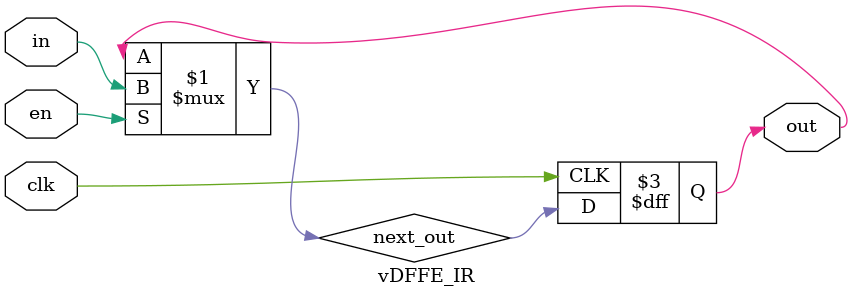
<source format=v>
module instr_reg(clk, load_i, instr_reg_in, instr_reg_out);
    input load_i, clk;
    input [15:0] instr_reg_in;
    output [15:0] instr_reg_out;

    vDFFE_IR #(16) instr_register(clk, load_i, instr_reg_in, instr_reg_out);

endmodule

module vDFFE_IR(clk, en, in, out) ;
  parameter n = 1;  // width
  input clk, en ;
  input  [n-1:0] in ;
  output [n-1:0] out ;
  reg    [n-1:0] out ;
  wire   [n-1:0] next_out ;

  assign next_out = en ? in : out;

  always @(posedge clk)
    out = next_out;  
endmodule
</source>
